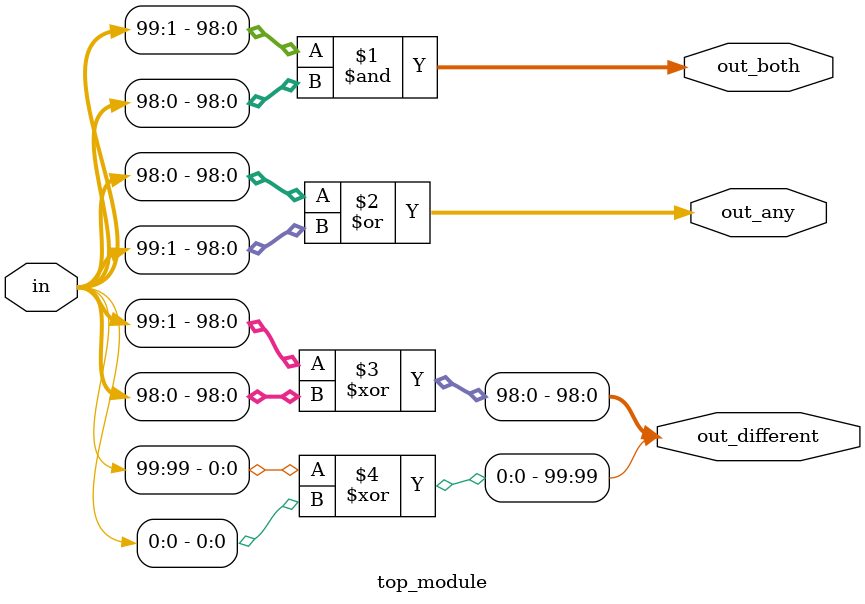
<source format=v>
module top_module( 
    input [99:0] in,
    output [98:0] out_both,
    output [99:1] out_any,
    output [99:0] out_different );

    assign out_both = in[99:1] & in[98:0];
    assign out_any = in[98:0] | in[99:1];
    assign out_different = {in[99] ^ in[0], in[99:1] ^ in[98:0]};

endmodule

</source>
